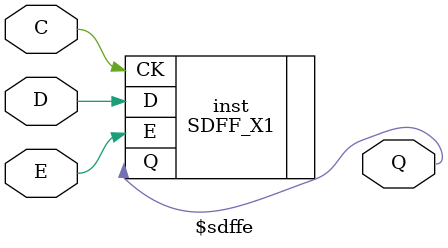
<source format=v>

module $dff (D, Q, C);
    input D, C;
    output Q;
    DFF_X1 inst (.CK(C), .D(D), .Q(Q));
endmodule

// DFF with enable
module $dffe (D, Q, C, E);
    input D, C, E;
    output Q;
    SDFF_X1 inst (.CK(C), .D(D), .Q(Q), .E(E));
endmodule

// DFF with set/reset
module $dffsr (D, Q, C, S, R);
    input D, C, S, R;
    output Q;
    DFFRS_X1 inst (.CK(C), .D(D), .Q(Q), .RN(R), .SN(S));
endmodule

// DFF with enable + set/reset
module $sdffe (D, Q, C, E);
    input D, C, E;
    output Q;
    SDFF_X1 inst (.CK(C), .D(D), .Q(Q), .E(E));
endmodule

</source>
